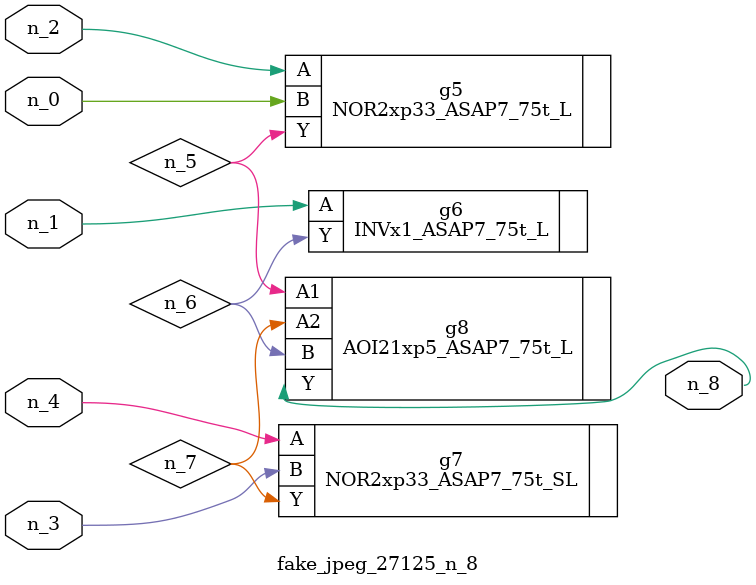
<source format=v>
module fake_jpeg_27125_n_8 (n_3, n_2, n_1, n_0, n_4, n_8);

input n_3;
input n_2;
input n_1;
input n_0;
input n_4;

output n_8;

wire n_6;
wire n_5;
wire n_7;

NOR2xp33_ASAP7_75t_L g5 ( 
.A(n_2),
.B(n_0),
.Y(n_5)
);

INVx1_ASAP7_75t_L g6 ( 
.A(n_1),
.Y(n_6)
);

NOR2xp33_ASAP7_75t_SL g7 ( 
.A(n_4),
.B(n_3),
.Y(n_7)
);

AOI21xp5_ASAP7_75t_L g8 ( 
.A1(n_5),
.A2(n_7),
.B(n_6),
.Y(n_8)
);


endmodule
</source>
